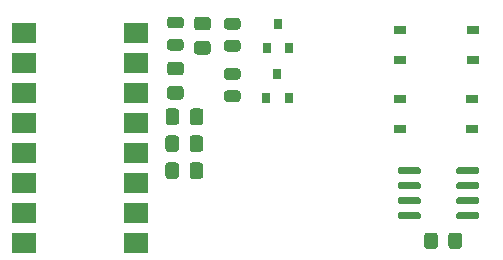
<source format=gbr>
%TF.GenerationSoftware,KiCad,Pcbnew,(5.1.6)-1*%
%TF.CreationDate,2021-01-10T15:05:26+01:00*%
%TF.ProjectId,trainCatcher,74726169-6e43-4617-9463-6865722e6b69,rev?*%
%TF.SameCoordinates,Original*%
%TF.FileFunction,Paste,Top*%
%TF.FilePolarity,Positive*%
%FSLAX46Y46*%
G04 Gerber Fmt 4.6, Leading zero omitted, Abs format (unit mm)*
G04 Created by KiCad (PCBNEW (5.1.6)-1) date 2021-01-10 15:05:26*
%MOMM*%
%LPD*%
G01*
G04 APERTURE LIST*
%ADD10R,0.800000X0.900000*%
%ADD11R,2.000000X1.780000*%
%ADD12R,1.000000X0.800000*%
G04 APERTURE END LIST*
%TO.C,D5*%
G36*
G01*
X135179750Y-152009500D02*
X136092250Y-152009500D01*
G75*
G02*
X136336000Y-152253250I0J-243750D01*
G01*
X136336000Y-152740750D01*
G75*
G02*
X136092250Y-152984500I-243750J0D01*
G01*
X135179750Y-152984500D01*
G75*
G02*
X134936000Y-152740750I0J243750D01*
G01*
X134936000Y-152253250D01*
G75*
G02*
X135179750Y-152009500I243750J0D01*
G01*
G37*
G36*
G01*
X135179750Y-150134500D02*
X136092250Y-150134500D01*
G75*
G02*
X136336000Y-150378250I0J-243750D01*
G01*
X136336000Y-150865750D01*
G75*
G02*
X136092250Y-151109500I-243750J0D01*
G01*
X135179750Y-151109500D01*
G75*
G02*
X134936000Y-150865750I0J243750D01*
G01*
X134936000Y-150378250D01*
G75*
G02*
X135179750Y-150134500I243750J0D01*
G01*
G37*
%TD*%
%TO.C,D4*%
G36*
G01*
X135179750Y-156264000D02*
X136092250Y-156264000D01*
G75*
G02*
X136336000Y-156507750I0J-243750D01*
G01*
X136336000Y-156995250D01*
G75*
G02*
X136092250Y-157239000I-243750J0D01*
G01*
X135179750Y-157239000D01*
G75*
G02*
X134936000Y-156995250I0J243750D01*
G01*
X134936000Y-156507750D01*
G75*
G02*
X135179750Y-156264000I243750J0D01*
G01*
G37*
G36*
G01*
X135179750Y-154389000D02*
X136092250Y-154389000D01*
G75*
G02*
X136336000Y-154632750I0J-243750D01*
G01*
X136336000Y-155120250D01*
G75*
G02*
X136092250Y-155364000I-243750J0D01*
G01*
X135179750Y-155364000D01*
G75*
G02*
X134936000Y-155120250I0J243750D01*
G01*
X134936000Y-154632750D01*
G75*
G02*
X135179750Y-154389000I243750J0D01*
G01*
G37*
%TD*%
D10*
%TO.C,Q2*%
X139507000Y-150654000D03*
X140457000Y-152654000D03*
X138557000Y-152654000D03*
%TD*%
%TO.C,Q1*%
X139446000Y-154876500D03*
X140396000Y-156876500D03*
X138496000Y-156876500D03*
%TD*%
D11*
%TO.C,U3*%
X117978000Y-151384000D03*
X127508000Y-169164000D03*
X117978000Y-153924000D03*
X127508000Y-166624000D03*
X117978000Y-156464000D03*
X127508000Y-164084000D03*
X117978000Y-159004000D03*
X127508000Y-161544000D03*
X117978000Y-161544000D03*
X127508000Y-159004000D03*
X117978000Y-164084000D03*
X127508000Y-156464000D03*
X117978000Y-166624000D03*
X127508000Y-153924000D03*
X117978000Y-169164000D03*
X127508000Y-151384000D03*
%TD*%
%TO.C,D3*%
G36*
G01*
X131266250Y-151012500D02*
X130353750Y-151012500D01*
G75*
G02*
X130110000Y-150768750I0J243750D01*
G01*
X130110000Y-150281250D01*
G75*
G02*
X130353750Y-150037500I243750J0D01*
G01*
X131266250Y-150037500D01*
G75*
G02*
X131510000Y-150281250I0J-243750D01*
G01*
X131510000Y-150768750D01*
G75*
G02*
X131266250Y-151012500I-243750J0D01*
G01*
G37*
G36*
G01*
X131266250Y-152887500D02*
X130353750Y-152887500D01*
G75*
G02*
X130110000Y-152643750I0J243750D01*
G01*
X130110000Y-152156250D01*
G75*
G02*
X130353750Y-151912500I243750J0D01*
G01*
X131266250Y-151912500D01*
G75*
G02*
X131510000Y-152156250I0J-243750D01*
G01*
X131510000Y-152643750D01*
G75*
G02*
X131266250Y-152887500I-243750J0D01*
G01*
G37*
%TD*%
%TO.C,U2*%
G36*
G01*
X154597000Y-163218000D02*
X154597000Y-162918000D01*
G75*
G02*
X154747000Y-162768000I150000J0D01*
G01*
X156397000Y-162768000D01*
G75*
G02*
X156547000Y-162918000I0J-150000D01*
G01*
X156547000Y-163218000D01*
G75*
G02*
X156397000Y-163368000I-150000J0D01*
G01*
X154747000Y-163368000D01*
G75*
G02*
X154597000Y-163218000I0J150000D01*
G01*
G37*
G36*
G01*
X154597000Y-164488000D02*
X154597000Y-164188000D01*
G75*
G02*
X154747000Y-164038000I150000J0D01*
G01*
X156397000Y-164038000D01*
G75*
G02*
X156547000Y-164188000I0J-150000D01*
G01*
X156547000Y-164488000D01*
G75*
G02*
X156397000Y-164638000I-150000J0D01*
G01*
X154747000Y-164638000D01*
G75*
G02*
X154597000Y-164488000I0J150000D01*
G01*
G37*
G36*
G01*
X154597000Y-165758000D02*
X154597000Y-165458000D01*
G75*
G02*
X154747000Y-165308000I150000J0D01*
G01*
X156397000Y-165308000D01*
G75*
G02*
X156547000Y-165458000I0J-150000D01*
G01*
X156547000Y-165758000D01*
G75*
G02*
X156397000Y-165908000I-150000J0D01*
G01*
X154747000Y-165908000D01*
G75*
G02*
X154597000Y-165758000I0J150000D01*
G01*
G37*
G36*
G01*
X154597000Y-167028000D02*
X154597000Y-166728000D01*
G75*
G02*
X154747000Y-166578000I150000J0D01*
G01*
X156397000Y-166578000D01*
G75*
G02*
X156547000Y-166728000I0J-150000D01*
G01*
X156547000Y-167028000D01*
G75*
G02*
X156397000Y-167178000I-150000J0D01*
G01*
X154747000Y-167178000D01*
G75*
G02*
X154597000Y-167028000I0J150000D01*
G01*
G37*
G36*
G01*
X149647000Y-167028000D02*
X149647000Y-166728000D01*
G75*
G02*
X149797000Y-166578000I150000J0D01*
G01*
X151447000Y-166578000D01*
G75*
G02*
X151597000Y-166728000I0J-150000D01*
G01*
X151597000Y-167028000D01*
G75*
G02*
X151447000Y-167178000I-150000J0D01*
G01*
X149797000Y-167178000D01*
G75*
G02*
X149647000Y-167028000I0J150000D01*
G01*
G37*
G36*
G01*
X149647000Y-165758000D02*
X149647000Y-165458000D01*
G75*
G02*
X149797000Y-165308000I150000J0D01*
G01*
X151447000Y-165308000D01*
G75*
G02*
X151597000Y-165458000I0J-150000D01*
G01*
X151597000Y-165758000D01*
G75*
G02*
X151447000Y-165908000I-150000J0D01*
G01*
X149797000Y-165908000D01*
G75*
G02*
X149647000Y-165758000I0J150000D01*
G01*
G37*
G36*
G01*
X149647000Y-164488000D02*
X149647000Y-164188000D01*
G75*
G02*
X149797000Y-164038000I150000J0D01*
G01*
X151447000Y-164038000D01*
G75*
G02*
X151597000Y-164188000I0J-150000D01*
G01*
X151597000Y-164488000D01*
G75*
G02*
X151447000Y-164638000I-150000J0D01*
G01*
X149797000Y-164638000D01*
G75*
G02*
X149647000Y-164488000I0J150000D01*
G01*
G37*
G36*
G01*
X149647000Y-163218000D02*
X149647000Y-162918000D01*
G75*
G02*
X149797000Y-162768000I150000J0D01*
G01*
X151447000Y-162768000D01*
G75*
G02*
X151597000Y-162918000I0J-150000D01*
G01*
X151597000Y-163218000D01*
G75*
G02*
X151447000Y-163368000I-150000J0D01*
G01*
X149797000Y-163368000D01*
G75*
G02*
X149647000Y-163218000I0J150000D01*
G01*
G37*
%TD*%
D12*
%TO.C,D2*%
X149833000Y-153670000D03*
X149833000Y-151130000D03*
X155983000Y-151130000D03*
X155983000Y-153670000D03*
%TD*%
%TO.C,D1*%
X149806000Y-159512000D03*
X149806000Y-156972000D03*
X155956000Y-156972000D03*
X155956000Y-159512000D03*
%TD*%
%TO.C,R1*%
G36*
G01*
X151875000Y-169450001D02*
X151875000Y-168549999D01*
G75*
G02*
X152124999Y-168300000I249999J0D01*
G01*
X152775001Y-168300000D01*
G75*
G02*
X153025000Y-168549999I0J-249999D01*
G01*
X153025000Y-169450001D01*
G75*
G02*
X152775001Y-169700000I-249999J0D01*
G01*
X152124999Y-169700000D01*
G75*
G02*
X151875000Y-169450001I0J249999D01*
G01*
G37*
G36*
G01*
X153925000Y-169450001D02*
X153925000Y-168549999D01*
G75*
G02*
X154174999Y-168300000I249999J0D01*
G01*
X154825001Y-168300000D01*
G75*
G02*
X155075000Y-168549999I0J-249999D01*
G01*
X155075000Y-169450001D01*
G75*
G02*
X154825001Y-169700000I-249999J0D01*
G01*
X154174999Y-169700000D01*
G75*
G02*
X153925000Y-169450001I0J249999D01*
G01*
G37*
%TD*%
%TO.C,R2*%
G36*
G01*
X133163000Y-162617999D02*
X133163000Y-163518001D01*
G75*
G02*
X132913001Y-163768000I-249999J0D01*
G01*
X132262999Y-163768000D01*
G75*
G02*
X132013000Y-163518001I0J249999D01*
G01*
X132013000Y-162617999D01*
G75*
G02*
X132262999Y-162368000I249999J0D01*
G01*
X132913001Y-162368000D01*
G75*
G02*
X133163000Y-162617999I0J-249999D01*
G01*
G37*
G36*
G01*
X131113000Y-162617999D02*
X131113000Y-163518001D01*
G75*
G02*
X130863001Y-163768000I-249999J0D01*
G01*
X130212999Y-163768000D01*
G75*
G02*
X129963000Y-163518001I0J249999D01*
G01*
X129963000Y-162617999D01*
G75*
G02*
X130212999Y-162368000I249999J0D01*
G01*
X130863001Y-162368000D01*
G75*
G02*
X131113000Y-162617999I0J-249999D01*
G01*
G37*
%TD*%
%TO.C,R3*%
G36*
G01*
X131113000Y-160331999D02*
X131113000Y-161232001D01*
G75*
G02*
X130863001Y-161482000I-249999J0D01*
G01*
X130212999Y-161482000D01*
G75*
G02*
X129963000Y-161232001I0J249999D01*
G01*
X129963000Y-160331999D01*
G75*
G02*
X130212999Y-160082000I249999J0D01*
G01*
X130863001Y-160082000D01*
G75*
G02*
X131113000Y-160331999I0J-249999D01*
G01*
G37*
G36*
G01*
X133163000Y-160331999D02*
X133163000Y-161232001D01*
G75*
G02*
X132913001Y-161482000I-249999J0D01*
G01*
X132262999Y-161482000D01*
G75*
G02*
X132013000Y-161232001I0J249999D01*
G01*
X132013000Y-160331999D01*
G75*
G02*
X132262999Y-160082000I249999J0D01*
G01*
X132913001Y-160082000D01*
G75*
G02*
X133163000Y-160331999I0J-249999D01*
G01*
G37*
%TD*%
%TO.C,R4*%
G36*
G01*
X133546001Y-151179000D02*
X132645999Y-151179000D01*
G75*
G02*
X132396000Y-150929001I0J249999D01*
G01*
X132396000Y-150278999D01*
G75*
G02*
X132645999Y-150029000I249999J0D01*
G01*
X133546001Y-150029000D01*
G75*
G02*
X133796000Y-150278999I0J-249999D01*
G01*
X133796000Y-150929001D01*
G75*
G02*
X133546001Y-151179000I-249999J0D01*
G01*
G37*
G36*
G01*
X133546001Y-153229000D02*
X132645999Y-153229000D01*
G75*
G02*
X132396000Y-152979001I0J249999D01*
G01*
X132396000Y-152328999D01*
G75*
G02*
X132645999Y-152079000I249999J0D01*
G01*
X133546001Y-152079000D01*
G75*
G02*
X133796000Y-152328999I0J-249999D01*
G01*
X133796000Y-152979001D01*
G75*
G02*
X133546001Y-153229000I-249999J0D01*
G01*
G37*
%TD*%
%TO.C,R5*%
G36*
G01*
X131260001Y-154989000D02*
X130359999Y-154989000D01*
G75*
G02*
X130110000Y-154739001I0J249999D01*
G01*
X130110000Y-154088999D01*
G75*
G02*
X130359999Y-153839000I249999J0D01*
G01*
X131260001Y-153839000D01*
G75*
G02*
X131510000Y-154088999I0J-249999D01*
G01*
X131510000Y-154739001D01*
G75*
G02*
X131260001Y-154989000I-249999J0D01*
G01*
G37*
G36*
G01*
X131260001Y-157039000D02*
X130359999Y-157039000D01*
G75*
G02*
X130110000Y-156789001I0J249999D01*
G01*
X130110000Y-156138999D01*
G75*
G02*
X130359999Y-155889000I249999J0D01*
G01*
X131260001Y-155889000D01*
G75*
G02*
X131510000Y-156138999I0J-249999D01*
G01*
X131510000Y-156789001D01*
G75*
G02*
X131260001Y-157039000I-249999J0D01*
G01*
G37*
%TD*%
%TO.C,R6*%
G36*
G01*
X129981000Y-158946001D02*
X129981000Y-158045999D01*
G75*
G02*
X130230999Y-157796000I249999J0D01*
G01*
X130881001Y-157796000D01*
G75*
G02*
X131131000Y-158045999I0J-249999D01*
G01*
X131131000Y-158946001D01*
G75*
G02*
X130881001Y-159196000I-249999J0D01*
G01*
X130230999Y-159196000D01*
G75*
G02*
X129981000Y-158946001I0J249999D01*
G01*
G37*
G36*
G01*
X132031000Y-158946001D02*
X132031000Y-158045999D01*
G75*
G02*
X132280999Y-157796000I249999J0D01*
G01*
X132931001Y-157796000D01*
G75*
G02*
X133181000Y-158045999I0J-249999D01*
G01*
X133181000Y-158946001D01*
G75*
G02*
X132931001Y-159196000I-249999J0D01*
G01*
X132280999Y-159196000D01*
G75*
G02*
X132031000Y-158946001I0J249999D01*
G01*
G37*
%TD*%
M02*

</source>
